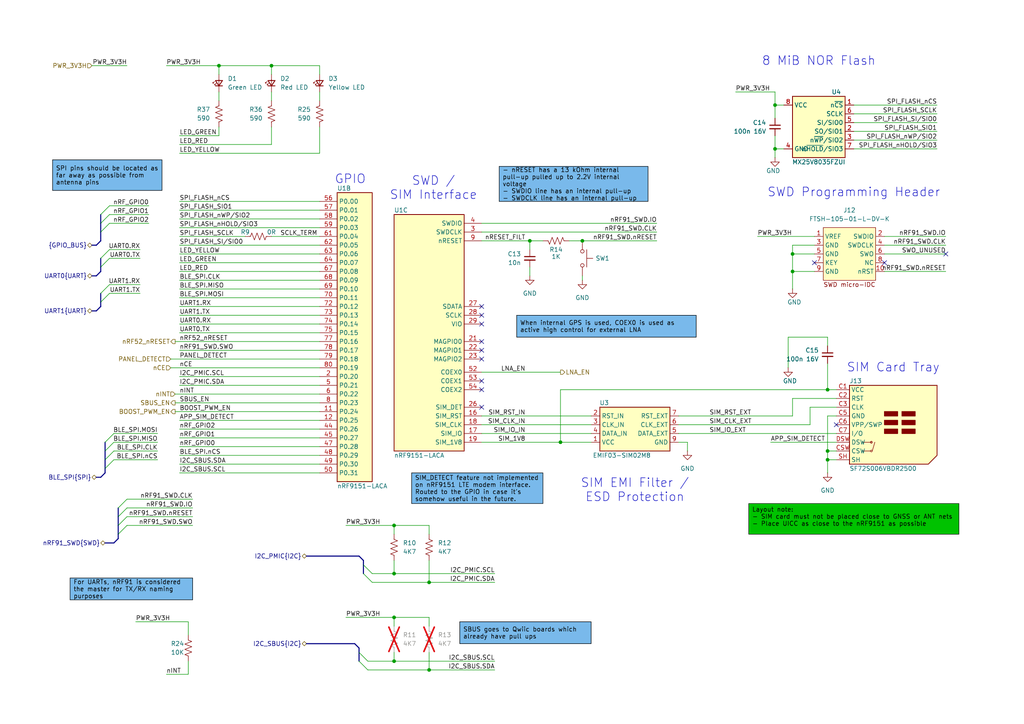
<source format=kicad_sch>
(kicad_sch (version 20250114) (generator "eeschema") (generator_version "9.0")
  (paper "A4")
  (title_block (title "nRF9151 - GPIO + UICC") (date "2025-02-17") (rev "A"))
  (bus_alias "GPIO_BUS" (members "nRF_GPIO0" "nRF_GPIO1" "nRF_GPIO2"))
  (bus_alias "SPI" (members "nCS" "CLK" "MISO" "MOSI"))
  (bus_alias "SWD" (members "CLK" "nRESET" "IO" "SWO"))
  (text "SIM EMI Filter /\nESD Protection" (at 184.15 142.24 0) (effects (font (size 2.54 2.54))))
  (text "SIM Card Tray\n" (at 259.08 106.68 0) (effects (font (size 2.54 2.54))))
  (text "SWD Programming Header" (at 247.65 55.88 0) (effects (font (size 2.54 2.54))))
  (text "SWD /\nSIM Interface\n" (at 125.73 54.61 0) (effects (font (size 2.54 2.54))))
  (text "GPIO\n" (at 101.6 52.07 0) (effects (font (size 2.54 2.54))))
  (text "8 MiB NOR Flash" (at 237.49 17.78 0) (effects (font (size 2.54 2.54))))
  (text_box "For UARTs, nRF91 is considered the master for TX/RX naming purposes" (exclude_from_sim yes) (at 20.32 167.64 0) (size 35.56 6.35) (margins 0.9525 0.9525 0.9525 0.9525) (stroke (width 0) (color 0 0 0 1)) (fill (type color) (color 76 163 228 0.75)) (effects (font (size 1.27 1.27)) (justify left)))
  (text_box "When internal GPS is used, COEX0 is used as active high control for external LNA" (exclude_from_sim yes) (at 149.86 91.44 0) (size 52.07 6.35) (margins 0.9525 0.9525 0.9525 0.9525) (stroke (width 0) (color 0 0 0 1)) (fill (type color) (color 76 163 228 0.75)) (effects (font (size 1.27 1.27)) (justify left)))
  (text_box "SBUS goes to Qwiic boards which already have pull ups" (exclude_from_sim yes) (at 133.35 180.34 0) (size 38.1 6.35) (margins 0.9525 0.9525 0.9525 0.9525) (stroke (width 0) (color 0 0 0 1)) (fill (type color) (color 76 163 228 0.75)) (effects (font (size 1.27 1.27)) (justify left)))
  (text_box "- nRESET has a 13 kOhm internal pull-up pulled up to 2.2V internal voltage\n- SWDIO line has an internal pull-up\n- SWDCLK line has an internal pull-up" (exclude_from_sim yes) (at 144.78 48.26 0) (size 43.18 10.16) (margins 0.9525 0.9525 0.9525 0.9525) (stroke (width 0) (color 0 0 0 1)) (fill (type color) (color 76 163 228 0.75)) (effects (font (size 1.27 1.27)) (justify left)))
  (text_box "SPI pins should be located as far away as possible from antenna pins" (exclude_from_sim yes) (at 15.24 46.355 0) (size 31.75 8.89) (margins 0.9525 0.9525 0.9525 0.9525) (stroke (width 0) (color 0 0 0 1)) (fill (type color) (color 76 163 228 0.75)) (effects (font (size 1.27 1.27)) (justify left)))
  (text_box "SIM_DETECT feature not implemented on nRF9151 LTE modem interface. Routed to the GPIO in case it's somehow useful in the future." (exclude_from_sim yes) (at 119.38 137.16 0) (size 38.1 8.89) (margins 0.9525 0.9525 0.9525 0.9525) (stroke (width 0) (color 0 0 0 1)) (fill (type color) (color 76 163 228 0.75)) (effects (font (size 1.27 1.27)) (justify left)))
  (text_box "Layout note:\n- SIM card must not be placed close to GNSS or ANT nets\n- Place UICC as close to the nRF9151 as possible" (exclude_from_sim yes) (at 217.17 146.05 0) (size 60.96 8.89) (margins 0.9525 0.9525 0.9525 0.9525) (stroke (width 0) (color 0 0 0 1)) (fill (type color) (color 0 194 0 1)) (effects (font (size 1.27 1.27)) (justify left top)))
  (junction (at 114.3 191.77))
  (junction (at 229.87 78.74))
  (junction (at 114.3 152.4))
  (junction (at 153.67 69.85))
  (junction (at 240.03 113.03))
  (junction (at 63.5 19.05))
  (junction (at 114.3 179.07))
  (junction (at 114.3 166.37))
  (junction (at 240.03 130.81))
  (junction (at 229.87 73.66))
  (junction (at 240.03 133.35))
  (junction (at 124.46 194.31))
  (junction (at 224.79 30.48))
  (junction (at 168.91 69.85))
  (junction (at 224.79 43.18))
  (junction (at 124.46 168.91))
  (junction (at 162.56 128.27))
  (junction (at 78.74 19.05))
  (no_connect (at 256.54 76.2))
  (no_connect (at 139.7 99.06))
  (no_connect (at 139.7 118.11))
  (no_connect (at 139.7 91.44))
  (no_connect (at 139.7 110.49))
  (no_connect (at 274.32 73.66))
  (no_connect (at 139.7 101.6))
  (no_connect (at 139.7 93.98))
  (no_connect (at 236.22 76.2))
  (no_connect (at 242.57 123.19))
  (no_connect (at 139.7 104.14))
  (no_connect (at 139.7 88.9))
  (no_connect (at 139.7 113.03))
  (bus_entry (at 31.75 72.39) (size -2.54 2.54))
  (bus_entry (at 104.14 191.77) (size 2.54 2.54))
  (bus_entry (at 36.83 144.78) (size -2.54 2.54))
  (bus_entry (at 33.02 130.81) (size -2.54 2.54))
  (bus_entry (at 30.48 135.89) (size 2.54 -2.54))
  (bus_entry (at 34.29 154.94) (size 2.54 -2.54))
  (bus_entry (at 105.41 166.37) (size 2.54 2.54))
  (bus_entry (at 104.14 189.23) (size 2.54 2.54))
  (bus_entry (at 31.75 62.23) (size -2.54 2.54))
  (bus_entry (at 33.02 125.73) (size -2.54 2.54))
  (bus_entry (at 105.41 163.83) (size 2.54 2.54))
  (bus_entry (at 29.21 77.47) (size 2.54 -2.54))
  (bus_entry (at 31.75 82.55) (size -2.54 2.54))
  (bus_entry (at 34.29 152.4) (size 2.54 -2.54))
  (bus_entry (at 31.75 64.77) (size -2.54 2.54))
  (bus_entry (at 29.21 87.63) (size 2.54 -2.54))
  (bus_entry (at 33.02 128.27) (size -2.54 2.54))
  (bus_entry (at 31.75 59.69) (size -2.54 2.54))
  (bus_entry (at 36.83 147.32) (size -2.54 2.54))
  (wire (pts (xy 240.03 113.03) (xy 242.57 113.03)))
  (wire (pts (xy 124.46 179.07) (xy 124.46 181.61)))
  (wire (pts (xy 199.39 128.27) (xy 199.39 130.81)))
  (bus (pts (xy 26.67 71.12) (xy 27.94 71.12)))
  (bus (pts (xy 30.48 128.27) (xy 30.48 130.81)))
  (wire (pts (xy 52.07 93.98) (xy 92.71 93.98)))
  (wire (pts (xy 157.48 69.85) (xy 153.67 69.85)))
  (wire (pts (xy 124.46 168.91) (xy 124.46 162.56)))
  (bus (pts (xy 29.21 78.74) (xy 27.94 80.01)))
  (wire (pts (xy 114.3 152.4) (xy 114.3 154.94)))
  (wire (pts (xy 124.46 168.91) (xy 143.51 168.91)))
  (wire (pts (xy 223.52 128.27) (xy 242.57 128.27)))
  (wire (pts (xy 247.65 30.48) (xy 271.78 30.48)))
  (wire (pts (xy 240.03 97.79) (xy 240.03 100.33)))
  (wire (pts (xy 240.03 120.65) (xy 242.57 120.65)))
  (wire (pts (xy 63.5 19.05) (xy 78.74 19.05)))
  (wire (pts (xy 50.8 119.38) (xy 92.71 119.38)))
  (wire (pts (xy 114.3 191.77) (xy 143.51 191.77)))
  (wire (pts (xy 52.07 111.76) (xy 92.71 111.76)))
  (wire (pts (xy 63.5 19.05) (xy 48.26 19.05)))
  (wire (pts (xy 49.53 104.14) (xy 92.71 104.14)))
  (bus (pts (xy 34.29 154.94) (xy 34.29 156.21)))
  (wire (pts (xy 36.83 152.4) (xy 55.88 152.4)))
  (wire (pts (xy 162.56 113.03) (xy 162.56 128.27)))
  (wire (pts (xy 52.07 83.82) (xy 92.71 83.82)))
  (wire (pts (xy 52.07 41.91) (xy 78.74 41.91)))
  (wire (pts (xy 63.5 36.83) (xy 63.5 39.37)))
  (wire (pts (xy 63.5 19.05) (xy 63.5 21.59)))
  (wire (pts (xy 229.87 78.74) (xy 236.22 78.74)))
  (wire (pts (xy 52.07 137.16) (xy 92.71 137.16)))
  (bus (pts (xy 105.41 162.56) (xy 105.41 163.83)))
  (wire (pts (xy 100.33 179.07) (xy 114.3 179.07)))
  (wire (pts (xy 52.07 96.52) (xy 92.71 96.52)))
  (wire (pts (xy 124.46 152.4) (xy 124.46 154.94)))
  (wire (pts (xy 139.7 64.77) (xy 190.5 64.77)))
  (wire (pts (xy 256.54 71.12) (xy 274.32 71.12)))
  (bus (pts (xy 34.29 152.4) (xy 34.29 154.94)))
  (wire (pts (xy 52.07 81.28) (xy 92.71 81.28)))
  (wire (pts (xy 52.07 78.74) (xy 92.71 78.74)))
  (wire (pts (xy 139.7 120.65) (xy 171.45 120.65)))
  (wire (pts (xy 78.74 19.05) (xy 92.71 19.05)))
  (bus (pts (xy 29.21 77.47) (xy 29.21 78.74)))
  (wire (pts (xy 139.7 67.31) (xy 190.5 67.31)))
  (wire (pts (xy 52.07 127) (xy 92.71 127)))
  (wire (pts (xy 228.6 106.68) (xy 228.6 97.79)))
  (wire (pts (xy 114.3 191.77) (xy 114.3 189.23)))
  (bus (pts (xy 34.29 147.32) (xy 34.29 149.86)))
  (wire (pts (xy 52.07 109.22) (xy 92.71 109.22)))
  (wire (pts (xy 139.7 128.27) (xy 162.56 128.27)))
  (wire (pts (xy 139.7 125.73) (xy 171.45 125.73)))
  (wire (pts (xy 52.07 88.9) (xy 92.71 88.9)))
  (wire (pts (xy 52.07 121.92) (xy 92.71 121.92)))
  (wire (pts (xy 224.79 39.37) (xy 224.79 43.18)))
  (bus (pts (xy 30.48 135.89) (xy 30.48 137.16)))
  (wire (pts (xy 52.07 76.2) (xy 92.71 76.2)))
  (wire (pts (xy 240.03 105.41) (xy 240.03 113.03)))
  (wire (pts (xy 78.74 36.83) (xy 78.74 41.91)))
  (wire (pts (xy 240.03 120.65) (xy 240.03 130.81)))
  (wire (pts (xy 234.95 118.11) (xy 242.57 118.11)))
  (wire (pts (xy 31.75 59.69) (xy 43.18 59.69)))
  (wire (pts (xy 162.56 113.03) (xy 240.03 113.03)))
  (bus (pts (xy 29.21 85.09) (xy 29.21 87.63)))
  (wire (pts (xy 52.07 91.44) (xy 92.71 91.44)))
  (wire (pts (xy 92.71 21.59) (xy 92.71 19.05)))
  (wire (pts (xy 106.68 191.77) (xy 114.3 191.77)))
  (wire (pts (xy 114.3 179.07) (xy 124.46 179.07)))
  (wire (pts (xy 247.65 33.02) (xy 271.78 33.02)))
  (bus (pts (xy 88.9 161.29) (xy 104.14 161.29)))
  (wire (pts (xy 256.54 78.74) (xy 274.32 78.74)))
  (wire (pts (xy 50.8 116.84) (xy 92.71 116.84)))
  (wire (pts (xy 107.95 166.37) (xy 114.3 166.37)))
  (wire (pts (xy 36.83 149.86) (xy 55.88 149.86)))
  (wire (pts (xy 114.3 166.37) (xy 143.51 166.37)))
  (bus (pts (xy 30.48 133.35) (xy 30.48 135.89)))
  (bus (pts (xy 104.14 187.96) (xy 104.14 189.23)))
  (wire (pts (xy 240.03 130.81) (xy 240.03 133.35)))
  (wire (pts (xy 49.53 106.68) (xy 92.71 106.68)))
  (wire (pts (xy 54.61 195.58) (xy 54.61 191.77)))
  (wire (pts (xy 78.74 19.05) (xy 78.74 21.59)))
  (wire (pts (xy 229.87 78.74) (xy 229.87 83.82)))
  (wire (pts (xy 168.91 69.85) (xy 190.5 69.85)))
  (bus (pts (xy 29.21 87.63) (xy 29.21 88.9)))
  (wire (pts (xy 52.07 124.46) (xy 92.71 124.46)))
  (wire (pts (xy 247.65 35.56) (xy 271.78 35.56)))
  (wire (pts (xy 54.61 184.15) (xy 54.61 180.34)))
  (wire (pts (xy 78.74 26.67) (xy 78.74 29.21)))
  (bus (pts (xy 104.14 189.23) (xy 104.14 191.77)))
  (bus (pts (xy 34.29 156.21) (xy 33.02 157.48)))
  (bus (pts (xy 29.21 64.77) (xy 29.21 67.31)))
  (wire (pts (xy 107.95 168.91) (xy 124.46 168.91)))
  (wire (pts (xy 78.74 68.58) (xy 92.71 68.58)))
  (bus (pts (xy 29.21 62.23) (xy 29.21 64.77)))
  (wire (pts (xy 229.87 73.66) (xy 236.22 73.66)))
  (wire (pts (xy 92.71 36.83) (xy 92.71 44.45)))
  (wire (pts (xy 224.79 30.48) (xy 224.79 34.29)))
  (wire (pts (xy 247.65 40.64) (xy 271.78 40.64)))
  (wire (pts (xy 52.07 63.5) (xy 92.71 63.5)))
  (wire (pts (xy 139.7 123.19) (xy 171.45 123.19)))
  (wire (pts (xy 36.83 144.78) (xy 55.88 144.78)))
  (wire (pts (xy 165.1 69.85) (xy 168.91 69.85)))
  (wire (pts (xy 52.07 68.58) (xy 71.12 68.58)))
  (wire (pts (xy 229.87 115.57) (xy 229.87 120.65)))
  (wire (pts (xy 52.07 44.45) (xy 92.71 44.45)))
  (wire (pts (xy 31.75 85.09) (xy 40.64 85.09)))
  (wire (pts (xy 52.07 132.08) (xy 92.71 132.08)))
  (wire (pts (xy 52.07 71.12) (xy 92.71 71.12)))
  (wire (pts (xy 224.79 43.18) (xy 224.79 45.72)))
  (wire (pts (xy 33.02 133.35) (xy 45.72 133.35)))
  (wire (pts (xy 92.71 26.67) (xy 92.71 29.21)))
  (wire (pts (xy 63.5 26.67) (xy 63.5 29.21)))
  (wire (pts (xy 229.87 71.12) (xy 229.87 73.66)))
  (wire (pts (xy 100.33 152.4) (xy 114.3 152.4)))
  (wire (pts (xy 139.7 107.95) (xy 162.56 107.95)))
  (bus (pts (xy 27.94 138.43) (xy 29.21 138.43)))
  (wire (pts (xy 114.3 166.37) (xy 114.3 162.56)))
  (bus (pts (xy 26.67 90.17) (xy 27.94 90.17)))
  (wire (pts (xy 114.3 179.07) (xy 114.3 181.61)))
  (wire (pts (xy 196.85 123.19) (xy 234.95 123.19)))
  (wire (pts (xy 48.26 195.58) (xy 54.61 195.58)))
  (wire (pts (xy 162.56 128.27) (xy 171.45 128.27)))
  (wire (pts (xy 256.54 68.58) (xy 274.32 68.58)))
  (wire (pts (xy 247.65 43.18) (xy 271.78 43.18)))
  (bus (pts (xy 102.87 186.69) (xy 104.14 187.96)))
  (wire (pts (xy 124.46 194.31) (xy 124.46 189.23)))
  (bus (pts (xy 104.14 161.29) (xy 105.41 162.56)))
  (bus (pts (xy 29.21 67.31) (xy 29.21 69.85)))
  (wire (pts (xy 247.65 38.1) (xy 271.78 38.1)))
  (wire (pts (xy 26.67 19.05) (xy 36.83 19.05)))
  (wire (pts (xy 224.79 26.67) (xy 224.79 30.48)))
  (bus (pts (xy 105.41 163.83) (xy 105.41 166.37)))
  (wire (pts (xy 52.07 129.54) (xy 92.71 129.54)))
  (wire (pts (xy 52.07 134.62) (xy 92.71 134.62)))
  (wire (pts (xy 234.95 118.11) (xy 234.95 123.19)))
  (wire (pts (xy 52.07 39.37) (xy 63.5 39.37)))
  (wire (pts (xy 224.79 26.67) (xy 213.36 26.67)))
  (wire (pts (xy 227.33 30.48) (xy 224.79 30.48)))
  (wire (pts (xy 36.83 147.32) (xy 55.88 147.32)))
  (wire (pts (xy 196.85 125.73) (xy 242.57 125.73)))
  (wire (pts (xy 52.07 86.36) (xy 92.71 86.36)))
  (wire (pts (xy 31.75 72.39) (xy 40.64 72.39)))
  (bus (pts (xy 30.48 157.48) (xy 33.02 157.48)))
  (wire (pts (xy 33.02 128.27) (xy 45.72 128.27)))
  (bus (pts (xy 26.67 80.01) (xy 27.94 80.01)))
  (bus (pts (xy 30.48 130.81) (xy 30.48 133.35)))
  (wire (pts (xy 52.07 58.42) (xy 92.71 58.42)))
  (wire (pts (xy 52.07 60.96) (xy 92.71 60.96)))
  (wire (pts (xy 33.02 125.73) (xy 45.72 125.73)))
  (wire (pts (xy 50.8 114.3) (xy 92.71 114.3)))
  (wire (pts (xy 240.03 130.81) (xy 242.57 130.81)))
  (bus (pts (xy 29.21 74.93) (xy 29.21 77.47)))
  (wire (pts (xy 39.37 180.34) (xy 54.61 180.34)))
  (wire (pts (xy 31.75 74.93) (xy 40.64 74.93)))
  (wire (pts (xy 106.68 194.31) (xy 124.46 194.31)))
  (wire (pts (xy 52.07 66.04) (xy 92.71 66.04)))
  (wire (pts (xy 168.91 80.01) (xy 168.91 81.28)))
  (wire (pts (xy 114.3 152.4) (xy 124.46 152.4)))
  (wire (pts (xy 229.87 73.66) (xy 229.87 78.74)))
  (wire (pts (xy 229.87 71.12) (xy 236.22 71.12)))
  (wire (pts (xy 196.85 128.27) (xy 199.39 128.27)))
  (wire (pts (xy 31.75 64.77) (xy 43.18 64.77)))
  (wire (pts (xy 52.07 73.66) (xy 92.71 73.66)))
  (wire (pts (xy 153.67 69.85) (xy 139.7 69.85)))
  (wire (pts (xy 196.85 120.65) (xy 229.87 120.65)))
  (wire (pts (xy 52.07 101.6) (xy 92.71 101.6)))
  (wire (pts (xy 153.67 77.47) (xy 153.67 80.01)))
  (bus (pts (xy 30.48 137.16) (xy 29.21 138.43)))
  (wire (pts (xy 228.6 97.79) (xy 240.03 97.79)))
  (wire (pts (xy 124.46 194.31) (xy 143.51 194.31)))
  (wire (pts (xy 229.87 115.57) (xy 242.57 115.57)))
  (wire (pts (xy 219.71 68.58) (xy 236.22 68.58)))
  (wire (pts (xy 31.75 82.55) (xy 40.64 82.55)))
  (wire (pts (xy 153.67 69.85) (xy 153.67 72.39)))
  (bus (pts (xy 29.21 69.85) (xy 27.94 71.12)))
  (wire (pts (xy 31.75 62.23) (xy 43.18 62.23)))
  (bus (pts (xy 29.21 88.9) (xy 27.94 90.17)))
  (wire (pts (xy 33.02 130.81) (xy 45.72 130.81)))
  (wire (pts (xy 50.8 99.06) (xy 92.71 99.06)))
  (wire (pts (xy 256.54 73.66) (xy 274.32 73.66)))
  (bus (pts (xy 34.29 149.86) (xy 34.29 152.4)))
  (bus (pts (xy 88.9 186.69) (xy 102.87 186.69)))
  (wire (pts (xy 240.03 133.35) (xy 240.03 137.16)))
  (wire (pts (xy 240.03 133.35) (xy 242.57 133.35)))
  (wire (pts (xy 227.33 43.18) (xy 224.79 43.18)))
  (label "nRF_GPIO2" (at 52.07 124.46 0))
  (label "nRF91_SWD.nRESET" (at 190.5 69.85 180))
  (label "SBUS_EN" (at 52.07 116.84 0))
  (label "nCE" (at 52.07 106.68 0))
  (label "SIM_RST_EXT" (at 205.74 120.65 0))
  (label "nRF_GPIO1" (at 43.18 62.23 180))
  (label "nRF91_SWD.nRESET" (at 55.88 149.86 180))
  (label "BLE_SPI.nCS" (at 52.07 132.08 0))
  (label "SWO_UNUSED" (at 274.32 73.66 180))
  (label "UART1.TX" (at 52.07 91.44 0))
  (label "SPI_FLASH_nHOLD{slash}SIO3" (at 271.78 43.18 180))
  (label "UART0.TX" (at 40.64 74.93 180))
  (label "SPI_FLASH_SIO1" (at 271.78 38.1 180))
  (label "nRF91_SWD.CLK" (at 190.5 67.31 180))
  (label "nINT" (at 48.26 195.58 0))
  (label "BLE_SPI.MOSI" (at 52.07 86.36 0))
  (label "LED_RED" (at 52.07 78.74 0))
  (label "SPI_FLASH_SI{slash}SIO0" (at 52.07 71.12 0))
  (label "SIM_IO_IN" (at 152.4 125.73 180))
  (label "UART0.RX" (at 52.07 93.98 0))
  (label "SIM_RST_IN" (at 152.4 120.65 180))
  (label "nRF_GPIO2" (at 43.18 64.77 180))
  (label "LED_GREEN" (at 52.07 39.37 0))
  (label "nRF91_SWD.CLK" (at 274.32 71.12 180))
  (label "nRF91_SWD.IO" (at 190.5 64.77 180))
  (label "BLE_SPI.MISO" (at 45.72 128.27 180))
  (label "BLE_SPI.CLK" (at 52.07 81.28 0))
  (label "UART1.TX" (at 40.64 85.09 180))
  (label "nRF_GPIO0" (at 43.18 59.69 180))
  (label "I2C_PMIC.SCL" (at 143.51 166.37 180))
  (label "PWR_3V3H" (at 100.33 179.07 0))
  (label "nRF91_SWD.IO" (at 55.88 147.32 180))
  (label "I2C_SBUS.SDA" (at 143.51 194.31 180))
  (label "PANEL_DETECT" (at 52.07 104.14 0))
  (label "nRF91_SWD.nRESET" (at 274.32 78.74 180))
  (label "I2C_PMIC.SCL" (at 52.07 109.22 0))
  (label "PWR_3V3H" (at 48.26 19.05 0))
  (label "SPI_FLASH_nWP{slash}SIO2" (at 52.07 63.5 0))
  (label "SIM_CLK_IN" (at 152.4 123.19 180))
  (label "BOOST_PWM_EN" (at 52.07 119.38 0))
  (label "SPI_FLASH_SCLK" (at 52.07 68.58 0))
  (label "nRF91_SWD.CLK" (at 55.88 144.78 180))
  (label "SPI_FLASH_nCS" (at 52.07 58.42 0))
  (label "BLE_SPI.nCS" (at 45.72 133.35 180))
  (label "SCLK_TERM" (at 81.28 68.58 0))
  (label "PWR_3V3H" (at 100.33 152.4 0))
  (label "BLE_SPI.CLK" (at 45.72 130.81 180))
  (label "nRF_GPIO1" (at 52.07 127 0))
  (label "nRF_GPIO0" (at 52.07 129.54 0))
  (label "LNA_EN" (at 152.4 107.95 180))
  (label "LED_GREEN" (at 52.07 76.2 0))
  (label "nRF91_SWD.SWO" (at 52.07 101.6 0))
  (label "UART0.RX" (at 40.64 72.39 180))
  (label "SPI_FLASH_nWP{slash}SIO2" (at 271.78 40.64 180))
  (label "SIM_IO_EXT" (at 205.74 125.73 0))
  (label "APP_SIM_DETECT" (at 52.07 121.92 0))
  (label "PWR_3V3H" (at 36.83 19.05 180))
  (label "LED_YELLOW" (at 52.07 73.66 0))
  (label "nRF52_nRESET" (at 52.07 99.06 0))
  (label "nRF91_SWD.IO" (at 274.32 68.58 180))
  (label "nRESET_FILT" (at 152.4 69.85 180))
  (label "PWR_3V3H" (at 219.71 68.58 0))
  (label "SIM_1V8" (at 152.4 128.27 180))
  (label "I2C_PMIC.SDA" (at 52.07 111.76 0))
  (label "I2C_PMIC.SDA" (at 143.51 168.91 180))
  (label "UART0.TX" (at 52.07 96.52 0))
  (label "SPI_FLASH_SI{slash}SIO0" (at 271.78 35.56 180))
  (label "BLE_SPI.MISO" (at 52.07 83.82 0))
  (label "SPI_FLASH_nHOLD{slash}SIO3" (at 52.07 66.04 0))
  (label "PWR_3V3H" (at 213.36 26.67 0))
  (label "UART1.RX" (at 40.64 82.55 180))
  (label "SPI_FLASH_SCLK" (at 271.78 33.02 180))
  (label "nRF91_SWD.SWO" (at 55.88 152.4 180))
  (label "SPI_FLASH_SIO1" (at 52.07 60.96 0))
  (label "I2C_SBUS.SCL" (at 143.51 191.77 180))
  (label "nINT" (at 52.07 114.3 0))
  (label "I2C_SBUS.SDA" (at 52.07 134.62 0))
  (label "PWR_3V3H" (at 39.37 180.34 0))
  (label "UART1.RX" (at 52.07 88.9 0))
  (label "LED_YELLOW" (at 52.07 44.45 0))
  (label "I2C_SBUS.SCL" (at 52.07 137.16 0))
  (label "LED_RED" (at 52.07 41.91 0))
  (label "SIM_CLK_EXT" (at 205.74 123.19 0))
  (label "APP_SIM_DETECT" (at 223.52 128.27 0))
  (label "SPI_FLASH_nCS" (at 271.78 30.48 180))
  (label "BLE_SPI.MOSI" (at 45.72 125.73 180))
  (hierarchical_label "PANEL_DETECT" (shape input) (at 49.53 104.14 180))
  (hierarchical_label "SBUS_EN" (shape output) (at 50.8 116.84 180))
  (hierarchical_label "I2C_PMIC{I2C}" (shape bidirectional) (at 88.9 161.29 180))
  (hierarchical_label "PWR_3V3H" (shape input) (at 26.67 19.05 180))
  (hierarchical_label "BLE_SPI{SPI}" (shape bidirectional) (at 27.94 138.43 180))
  (hierarchical_label "UART1{UART}" (shape bidirectional) (at 26.67 90.17 180))
  (hierarchical_label "I2C_SBUS{I2C}" (shape bidirectional) (at 88.9 186.69 180))
  (hierarchical_label "nINT" (shape input) (at 50.8 114.3 180))
  (hierarchical_label "nCE" (shape input) (at 49.53 106.68 180))
  (hierarchical_label "nRF91_SWD{SWD}" (shape bidirectional) (at 30.48 157.48 180))
  (hierarchical_label "nRF52_nRESET" (shape output) (at 50.8 99.06 180))
  (hierarchical_label "LNA_EN" (shape output) (at 162.56 107.95 0))
  (hierarchical_label "BOOST_PWM_EN" (shape output) (at 50.8 119.38 180))
  (hierarchical_label "{GPIO_BUS}" (shape bidirectional) (at 26.67 71.12 180))
  (hierarchical_label "UART0{UART}" (shape bidirectional) (at 26.67 80.01 180))
  (symbol (lib_id "DB:HSMY-C280") (at 92.71 24.13 90) (unit 1) (exclude_from_sim yes)
    (property "Reference" "D3" (at 95.25 22.7964 90) (effects (justify right)))
    (property "Value" "Yellow LED" (at 95.25 25.3364 90) (effects (justify right)))
    (property "Footprint" "footprints:LED_0402_1005Metric" (effects (hide yes)))
    (property "Datasheet" "http://parts.djgood.ca/en/part/44/info" (effects (hide yes)))
    (property "Description" "Yellow 586nm LED Indication - Discrete 2.1V 0402 (1005 Metric)" (effects (hide yes)))
    (property "Category" "Diodes/LEDs" (effects (hide yes)))
    (property "MPN" "HSMY-C280" (effects (hide yes)))
    (property "Manufacturer" "Broadcom Limited" (effects (hide yes)))
    (property "Manufacturing Status" "Active" (effects (hide yes)))
    (property "Part-DB Footprint" "0402" (effects (hide yes)))
    (property "Part-DB ID" "44" (effects (hide yes)))
  )
  (symbol (lib_id "db:ERJ-2RKF5900X") (at 63.5 33.02 0) (mirror y) (unit 1) (exclude_from_sim yes)
    (property "Reference" "R37" (at 60.96 31.75 0) (effects (justify left)))
    (property "Value" "590" (at 60.96 34.29 0) (effects (justify left)))
    (property "Footprint" "footprints:R_0402_1005Metric" (effects (hide yes)))
    (property "Datasheet" "http://parts.djgood.ca/en/part/133/info" (effects (hide yes)))
    (property "Description" "590 Ohms ±1% 0.1W, 1/10W Chip Resistor 0402 (1005 Metric) Automotive AEC-Q200 Thick Film" (effects (hide yes)))
    (property "Category" "Resistors/Thick Film" (effects (hide yes)))
    (property "Manufacturer" "Panasonic Electronic Components" (effects (hide yes)))
    (property "MPN" "ERJ-2RKF5900X" (effects (hide yes)))
    (property "Manufacturing Status" "Active" (effects (hide yes)))
    (property "Part-DB Footprint" "0402" (effects (hide yes)))
    (property "Part-DB ID" "133" (effects (hide yes)))
  )
  (symbol (lib_id "power:GND") (at 199.39 130.81 0) (unit 1)
    (property "Reference" "#PWR023" (effects (hide yes)))
    (property "Value" "GND" (at 199.39 135.89 0))
    (property "Description" "Power symbol creates a global label with name \"GND\" , ground" (effects (hide yes)))
  )
  (symbol (lib_id "DB:ERJ-2RKF1002X") (at 54.61 187.96 0) (unit 1) (exclude_from_sim yes)
    (property "Reference" "R24" (at 49.53 186.69 0) (effects (justify left)))
    (property "Value" "10K" (at 49.53 189.23 0) (effects (justify left)))
    (property "Footprint" "footprints:R_0402_1005Metric" (effects (hide yes)))
    (property "Datasheet" "http://parts.djgood.ca/en/part/15/info" (effects (hide yes)))
    (property "Description" "10 kOhms ±1% 0.1W, 1/10W Chip Resistor 0402 (1005 Metric) Automotive AEC-Q200 Thick Film" (effects (hide yes)))
    (property "Category" "Resistors/Thick Film" (effects (hide yes)))
    (property "MPN" "ERJ-2RKF1002X" (effects (hide yes)))
    (property "Manufacturer" "Panasonic Electronic Components" (effects (hide yes)))
    (property "Manufacturing Status" "Active" (effects (hide yes)))
    (property "Part-DB Footprint" "0402" (effects (hide yes)))
    (property "Part-DB ID" "15" (effects (hide yes)))
  )
  (symbol (lib_id "DB:GRM033Z71C104KE14J") (at 240.03 102.87 0) (unit 1)
    (property "Reference" "C15" (at 237.49 101.6 0) (effects (justify right)))
    (property "Value" "100n 16V" (at 237.49 104.14 0) (effects (justify right)))
    (property "Footprint" "footprints:C_0201_0603Metric" (effects (hide yes)))
    (property "Datasheet" "http://parts.djgood.ca/en/part/34/info" (effects (hide yes)))
    (property "Description" "0.1 µF ±10% 16V Ceramic Capacitor X7R 0201 (0603 Metric)" (effects (hide yes)))
    (property "Category" "Capacitors/Ceramic Capacitors" (effects (hide yes)))
    (property "MPN" "GRM033Z71C104KE14J" (effects (hide yes)))
    (property "Manufacturer" "Murata Electronics" (effects (hide yes)))
    (property "Manufacturing Status" "Active" (effects (hide yes)))
    (property "Part-DB ID" "34" (effects (hide yes)))
  )
  (symbol (lib_id "DB:ERJ-2RKF4701X") (at 124.46 185.42 0) (unit 1) (exclude_from_sim yes) (dnp yes)
    (property "Reference" "R13" (at 127 184.1499 0) (effects (justify left)))
    (property "Value" "4K7" (at 127 186.6899 0) (effects (justify left)))
    (property "Footprint" "footprints:R_0402_1005Metric" (effects (hide yes)))
    (property "Datasheet" "http://parts.djgood.ca/en/part/32/info" (effects (hide yes)))
    (property "Description" "4.7 kOhms ±1% 0.1W, 1/10W Chip Resistor 0402 (1005 Metric) Automotive AEC-Q200 Thick Film" (effects (hide yes)))
    (property "Category" "Resistors/Thick Film" (effects (hide yes)))
    (property "MPN" "ERJ-2RKF4701X" (effects (hide yes)))
    (property "Manufacturer" "Panasonic Electronic Components" (effects (hide yes)))
    (property "Manufacturing Status" "Active" (effects (hide yes)))
    (property "Part-DB Footprint" "0402" (effects (hide yes)))
    (property "Part-DB ID" "32" (effects (hide yes)))
  )
  (symbol (lib_id "DB:nRF9151-LACA-R") (at 124.46 96.52 0) (mirror y) (unit 3) (exclude_from_sim yes)
    (property "Reference" "U1" (at 114.3 60.96 0) (effects (justify right)))
    (property "Value" "nRF9151-LACA" (at 114.3 132.08 0) (effects (justify right)))
    (property "Footprint" "footprints:NORDIC_LGA-113" (effects (hide yes)))
    (property "Datasheet" "http://parts.djgood.ca/en/part/7/info" (effects (hide yes)))
    (property "Description" "Transceiver Module" (effects (hide yes)))
    (property "Category" "Integrated Circuits/RF and Wireless" (effects (hide yes)))
    (property "MPN" "NRF9151-LACA-R" (effects (hide yes)))
    (property "Manufacturer" "Nordic Semiconductor ASA" (effects (hide yes)))
    (property "Manufacturing Status" "Active" (effects (hide yes)))
    (property "Part-DB ID" "7" (effects (hide yes)))
    (property "Part-DB Footprint" "113 LGA (12.1 x 11.1)" (effects (hide yes)))
  )
  (symbol (lib_id "power:GND") (at 224.79 45.72 0) (mirror y) (unit 1)
    (property "Reference" "#PWR024" (effects (hide yes)))
    (property "Value" "GND" (at 226.314 49.53 0) (effects (justify left)))
    (property "Description" "Power symbol creates a global label with name \"GND\" , ground" (effects (hide yes)))
  )
  (symbol (lib_id "DB:ERJ-2RKF4701X") (at 114.3 185.42 0) (unit 1) (exclude_from_sim yes) (dnp yes)
    (property "Reference" "R11" (at 116.84 184.1499 0) (effects (justify left)))
    (property "Value" "4K7" (at 116.84 186.6899 0) (effects (justify left)))
    (property "Footprint" "footprints:R_0402_1005Metric" (effects (hide yes)))
    (property "Datasheet" "http://parts.djgood.ca/en/part/32/info" (effects (hide yes)))
    (property "Description" "4.7 kOhms ±1% 0.1W, 1/10W Chip Resistor 0402 (1005 Metric) Automotive AEC-Q200 Thick Film" (effects (hide yes)))
    (property "Category" "Resistors/Thick Film" (effects (hide yes)))
    (property "MPN" "ERJ-2RKF4701X" (effects (hide yes)))
    (property "Manufacturer" "Panasonic Electronic Components" (effects (hide yes)))
    (property "Manufacturing Status" "Active" (effects (hide yes)))
    (property "Part-DB Footprint" "0402" (effects (hide yes)))
    (property "Part-DB ID" "32" (effects (hide yes)))
  )
  (symbol (lib_id "power:GND") (at 240.03 137.16 0) (unit 1)
    (property "Reference" "#PWR027" (effects (hide yes)))
    (property "Value" "GND" (at 240.03 142.24 0))
    (property "Description" "Power symbol creates a global label with name \"GND\" , ground" (effects (hide yes)))
  )
  (symbol (lib_id "power:GND") (at 229.87 83.82 0) (unit 1)
    (property "Reference" "#PWR026" (effects (hide yes)))
    (property "Value" "GND" (at 228.346 87.63 0) (effects (justify left)))
    (property "Description" "Power symbol creates a global label with name \"GND\" , ground" (effects (hide yes)))
  )
  (symbol (lib_id "DB:ERJ-2RKF4701X") (at 114.3 158.75 0) (unit 1) (exclude_from_sim yes)
    (property "Reference" "R10" (at 116.84 157.4799 0) (effects (justify left)))
    (property "Value" "4K7" (at 116.84 160.0199 0) (effects (justify left)))
    (property "Footprint" "footprints:R_0402_1005Metric" (effects (hide yes)))
    (property "Datasheet" "http://parts.djgood.ca/en/part/32/info" (effects (hide yes)))
    (property "Description" "4.7 kOhms ±1% 0.1W, 1/10W Chip Resistor 0402 (1005 Metric) Automotive AEC-Q200 Thick Film" (effects (hide yes)))
    (property "Category" "Resistors/Thick Film" (effects (hide yes)))
    (property "MPN" "ERJ-2RKF4701X" (effects (hide yes)))
    (property "Manufacturer" "Panasonic Electronic Components" (effects (hide yes)))
    (property "Manufacturing Status" "Active" (effects (hide yes)))
    (property "Part-DB Footprint" "0402" (effects (hide yes)))
    (property "Part-DB ID" "32" (effects (hide yes)))
  )
  (symbol (lib_id "DB:GRM033Z71C104KE14J") (at 224.79 36.83 0) (unit 1)
    (property "Reference" "C14" (at 222.25 35.56 0) (effects (justify right)))
    (property "Value" "100n 16V" (at 222.25 38.1 0) (effects (justify right)))
    (property "Footprint" "footprints:C_0201_0603Metric" (effects (hide yes)))
    (property "Datasheet" "http://parts.djgood.ca/en/part/34/info" (effects (hide yes)))
    (property "Description" "0.1 µF ±10% 16V Ceramic Capacitor X7R 0201 (0603 Metric)" (effects (hide yes)))
    (property "Category" "Capacitors/Ceramic Capacitors" (effects (hide yes)))
    (property "MPN" "GRM033Z71C104KE14J" (effects (hide yes)))
    (property "Manufacturer" "Murata Electronics" (effects (hide yes)))
    (property "Manufacturing Status" "Active" (effects (hide yes)))
    (property "Part-DB ID" "34" (effects (hide yes)))
  )
  (symbol (lib_id "DB:HSMG-C280") (at 63.5 24.13 90) (unit 1) (exclude_from_sim yes)
    (property "Reference" "D1" (at 66.04 22.7964 90) (effects (justify right)))
    (property "Value" "Green LED" (at 66.04 25.3364 90) (effects (justify right)))
    (property "Footprint" "footprints:LED_0402_1005Metric" (effects (hide yes)))
    (property "Datasheet" "http://parts.djgood.ca/en/part/47/info" (effects (hide yes)))
    (property "Description" "Green 572nm LED Indication - Discrete 2.2V 0402 (1005 Metric)" (effects (hide yes)))
    (property "Category" "Diodes/LEDs" (effects (hide yes)))
    (property "MPN" "HSMG-C280" (effects (hide yes)))
    (property "Manufacturer" "Broadcom Limited" (effects (hide yes)))
    (property "Manufacturing Status" "Active" (effects (hide yes)))
    (property "Part-DB Footprint" "0402" (effects (hide yes)))
    (property "Part-DB ID" "47" (effects (hide yes)))
  )
  (symbol (lib_id "power:GND") (at 228.6 106.68 0) (unit 1)
    (property "Reference" "#PWR025" (effects (hide yes)))
    (property "Value" "GND" (at 227.076 110.49 0) (effects (justify left)))
    (property "Description" "Power symbol creates a global label with name \"GND\" , ground" (effects (hide yes)))
  )
  (symbol (lib_id "DB:ERJ-2RKF4701X") (at 124.46 158.75 0) (unit 1) (exclude_from_sim yes)
    (property "Reference" "R12" (at 127 157.4799 0) (effects (justify left)))
    (property "Value" "4K7" (at 127 160.0199 0) (effects (justify left)))
    (property "Footprint" "footprints:R_0402_1005Metric" (effects (hide yes)))
    (property "Datasheet" "http://parts.djgood.ca/en/part/32/info" (effects (hide yes)))
    (property "Description" "4.7 kOhms ±1% 0.1W, 1/10W Chip Resistor 0402 (1005 Metric) Automotive AEC-Q200 Thick Film" (effects (hide yes)))
    (property "Category" "Resistors/Thick Film" (effects (hide yes)))
    (property "MPN" "ERJ-2RKF4701X" (effects (hide yes)))
    (property "Manufacturer" "Panasonic Electronic Components" (effects (hide yes)))
    (property "Manufacturing Status" "Active" (effects (hide yes)))
    (property "Part-DB Footprint" "0402" (effects (hide yes)))
    (property "Part-DB ID" "32" (effects (hide yes)))
  )
  (symbol (lib_id "DB:SF72S006VBDR2500") (at 242.57 123.19 0) (unit 1)
    (property "Reference" "J13" (at 246.38 110.49 0) (effects (justify left)))
    (property "Value" "SF72S006VBDR2500" (at 246.38 135.89 0) (effects (justify left)))
    (property "Footprint" "footprints:JAE_SF72S006VBDR2500" (effects (hide yes)))
    (property "Datasheet" "http://parts.djgood.ca/en/part/10/info" (effects (hide yes)))
    (property "Description" "8 (6 + 2) Position Card Connector NANO SIM Surface Mount, Right Angle Gold" (effects (hide yes)))
    (property "Category" "Connectors/Memory Card Connectors" (effects (hide yes)))
    (property "MPN" "SF72S006VBDR2500" (effects (hide yes)))
    (property "Manufacturer" "JAE Electronics" (effects (hide yes)))
    (property "Manufacturing Status" "Active" (effects (hide yes)))
    (property "Part-DB ID" "10" (effects (hide yes)))
  )
  (symbol (lib_id "DB:FTSH-105-01-L-DV-K") (at 238.76 66.04 0) (unit 1)
    (property "Reference" "J12" (at 246.38 60.96 0))
    (property "Value" "FTSH-105-01-L-DV-K" (at 246.38 63.5 0))
    (property "Footprint" "footprints:SAM_MICRO-IDC_FTSH-105-01-L-DV-K_SMD" (effects (hide yes)))
    (property "Datasheet" "http://parts.djgood.ca/en/part/145/info" (effects (hide yes)))
    (property "Description" "Connector Header Surface Mount 10 position 0.050\" (1.27mm)" (effects (hide yes)))
    (property "Category" "Capacitors" (effects (hide yes)))
    (property "MPN" "FTSH-105-01-L-DV-K" (effects (hide yes)))
    (property "Manufacturer" "Samtec Inc." (effects (hide yes)))
    (property "Manufacturing Status" "Active" (effects (hide yes)))
    (property "Part-DB ID" "145" (effects (hide yes)))
  )
  (symbol (lib_id "DB:ERJ-2GE0R00X") (at 74.93 68.58 90) (unit 1) (exclude_from_sim yes)
    (property "Reference" "R9" (at 71.12 67.31 90))
    (property "Value" "0R" (at 78.74 67.31 90))
    (property "Footprint" "footprints:R_0402_1005Metric" (effects (hide yes)))
    (property "Datasheet" "http://parts.djgood.ca/en/part/19/info" (effects (hide yes)))
    (property "Description" "0 Ohms Jumper Chip Resistor 0402 (1005 Metric) Automotive AEC-Q200 Thick Film" (effects (hide yes)))
    (property "Category" "Resistors/Thick Film" (effects (hide yes)))
    (property "MPN" "ERJ-2GE0R00X" (effects (hide yes)))
    (property "Manufacturer" "Panasonic Electronic Components" (effects (hide yes)))
    (property "Manufacturing Status" "Active" (effects (hide yes)))
    (property "Part-DB Footprint" "0402" (effects (hide yes)))
    (property "Part-DB ID" "19" (effects (hide yes)))
  )
  (symbol (lib_id "DB:HSMS-C280") (at 78.74 24.13 90) (unit 1) (exclude_from_sim yes)
    (property "Reference" "D2" (at 81.28 22.7964 90) (effects (justify right)))
    (property "Value" "Red LED" (at 81.28 25.3364 90) (effects (justify right)))
    (property "Footprint" "footprints:LED_0402_1005Metric" (effects (hide yes)))
    (property "Datasheet" "http://parts.djgood.ca/en/part/46/info" (effects (hide yes)))
    (property "Description" "Red 626nm LED Indication - Discrete 2.1V 0402 (1005 Metric)" (effects (hide yes)))
    (property "Category" "Diodes/LEDs" (effects (hide yes)))
    (property "MPN" "HSMS-C280" (effects (hide yes)))
    (property "Manufacturer" "Broadcom Limited" (effects (hide yes)))
    (property "Manufacturing Status" "Active" (effects (hide yes)))
    (property "Part-DB Footprint" "0402" (effects (hide yes)))
    (property "Part-DB ID" "46" (effects (hide yes)))
  )
  (symbol (lib_id "DB:ERJ-2RKF1001X") (at 161.29 69.85 270) (mirror x) (unit 1) (exclude_from_sim yes)
    (property "Reference" "R14" (at 161.29 72.39 90))
    (property "Value" "1K" (at 161.29 74.422 90))
    (property "Footprint" "footprints:R_0402_1005Metric" (effects (hide yes)))
    (property "Datasheet" "http://parts.djgood.ca/en/part/8/info" (effects (hide yes)))
    (property "Description" "1 kOhms ±1% 0.1W, 1/10W Chip Resistor 0402 (1005 Metric) Automotive AEC-Q200 Thick Film" (effects (hide yes)))
    (property "Category" "Resistors/Thick Film" (effects (hide yes)))
    (property "MPN" "ERJ-2RKF1001X" (effects (hide yes)))
    (property "Manufacturer" "Panasonic Electronic Components" (effects (hide yes)))
    (property "Manufacturing Status" "Active" (effects (hide yes)))
    (property "Part-DB Footprint" "0402" (effects (hide yes)))
    (property "Part-DB ID" "8" (effects (hide yes)))
  )
  (symbol (lib_id "db:ERJ-2RKF5900X") (at 92.71 33.02 0) (mirror y) (unit 1) (exclude_from_sim yes)
    (property "Reference" "R25" (at 90.17 31.75 0) (effects (justify left)))
    (property "Value" "590" (at 90.17 34.29 0) (effects (justify left)))
    (property "Footprint" "footprints:R_0402_1005Metric" (effects (hide yes)))
    (property "Datasheet" "http://parts.djgood.ca/en/part/133/info" (effects (hide yes)))
    (property "Description" "590 Ohms ±1% 0.1W, 1/10W Chip Resistor 0402 (1005 Metric) Automotive AEC-Q200 Thick Film" (effects (hide yes)))
    (property "Category" "Resistors/Thick Film" (effects (hide yes)))
    (property "Manufacturer" "Panasonic Electronic Components" (effects (hide yes)))
    (property "MPN" "ERJ-2RKF5900X" (effects (hide yes)))
    (property "Manufacturing Status" "Active" (effects (hide yes)))
    (property "Part-DB Footprint" "0402" (effects (hide yes)))
    (property "Part-DB ID" "133" (effects (hide yes)))
  )
  (symbol (lib_id "DB:CC0402KRX7R8BB103") (at 153.67 74.93 0) (mirror y) (unit 1)
    (property "Reference" "C13" (at 151.13 73.6662 0) (effects (justify left)))
    (property "Value" "10n" (at 151.13 76.2062 0) (effects (justify left)))
    (property "Footprint" "footprints:C_0402_1005Metric" (effects (hide yes)))
    (property "Datasheet" "http://parts.djgood.ca/en/part/17/info" (effects (hide yes)))
    (property "Description" "10000 pF ±10% 25V Ceramic Capacitor X7R 0402 (1005 Metric)" (effects (hide yes)))
    (property "Category" "Capacitors/Ceramic Capacitors" (effects (hide yes)))
    (property "MPN" "CC0402KRX7R8BB103" (effects (hide yes)))
    (property "Manufacturer" "YAGEO" (effects (hide yes)))
    (property "Manufacturing Status" "Active" (effects (hide yes)))
    (property "Part-DB ID" "17" (effects (hide yes)))
    (property "Part-DB Footprint" "0402" (effects (hide yes)))
  )
  (symbol (lib_id "power:GND") (at 168.91 81.28 0) (mirror y) (unit 1)
    (property "Reference" "#PWR080" (effects (hide yes)))
    (property "Value" "GND" (at 168.91 86.36 0))
    (property "Description" "Power symbol creates a global label with name \"GND\" , ground" (effects (hide yes)))
  )
  (symbol (lib_id "DB:PTS636SM50JSMTR LFS") (at 168.91 74.93 270) (unit 1) (exclude_from_sim yes)
    (property "Reference" "SW1" (at 172.72 74.9299 90) (effects (justify left)))
    (property "Value" "PTS636SM50JSMTR LFS" (effects (hide yes)))
    (property "Footprint" "footprints:SW_Tactile_SPST_NO_Straight_CK_ PTS636SM50JSMTR LFS" (effects (hide yes)))
    (property "Datasheet" "http://parts.djgood.ca/en/part/42/info" (effects (hide yes)))
    (property "Description" "Tactile Switch SPST-NO Top Actuated Surface Mount" (effects (hide yes)))
    (property "Category" "Switches/Tactile Switches" (effects (hide yes)))
    (property "Manufacturer" "C&K" (effects (hide yes)))
    (property "MPN" "PTS636SM50JSMTR LFS" (effects (hide yes)))
    (property "Manufacturing Status" "Active" (effects (hide yes)))
    (property "Part-DB ID" "42" (effects (hide yes)))
  )
  (symbol (lib_id "DB:nRF9151-LACA-R") (at 102.87 97.79 0) (unit 2) (exclude_from_sim yes)
    (property "Reference" "U1" (at 97.79 54.61 0) (effects (justify left)))
    (property "Value" "nRF9151-LACA" (at 97.79 140.97 0) (effects (justify left)))
    (property "Footprint" "footprints:NORDIC_LGA-113" (effects (hide yes)))
    (property "Datasheet" "http://parts.djgood.ca/en/part/7/info" (effects (hide yes)))
    (property "Description" "Transceiver Module" (effects (hide yes)))
    (property "Category" "Integrated Circuits/RF and Wireless" (effects (hide yes)))
    (property "MPN" "NRF9151-LACA-R" (effects (hide yes)))
    (property "Manufacturer" "Nordic Semiconductor ASA" (effects (hide yes)))
    (property "Manufacturing Status" "Active" (effects (hide yes)))
    (property "Part-DB ID" "7" (effects (hide yes)))
    (property "Part-DB Footprint" "113 LGA (12.1 x 11.1)" (effects (hide yes)))
  )
  (symbol (lib_id "DB:EMIF03-SIM02M8") (at 184.15 124.46 0) (unit 1) (exclude_from_sim yes)
    (property "Reference" "U3" (at 175.26 116.84 0))
    (property "Value" "EMIF03-SIM02M8" (at 180.34 132.08 0))
    (property "Footprint" "footprints:ST_UFDFN-8" (effects (hide yes)))
    (property "Datasheet" "http://parts.djgood.ca/en/part/13/info" (effects (hide yes)))
    (property "Description" "RC (Pi) EMI Filter 2nd Order Low Pass 3 Channel R = 47Ohms, 100Ohms, C = 17pF 8-UFDFN Exposed Pad" (effects (hide yes)))
    (property "Category" "Filters/EMI/RFI Filters" (effects (hide yes)))
    (property "MPN" "EMIF03-SIM02M8" (effects (hide yes)))
    (property "Manufacturer" "STMicroelectronics" (effects (hide yes)))
    (property "Manufacturing Status" "Active" (effects (hide yes)))
    (property "Part-DB Footprint" "8-UFDFN" (effects (hide yes)))
    (property "Part-DB ID" "13" (effects (hide yes)))
  )
  (symbol (lib_id "power:GND") (at 153.67 80.01 0) (mirror y) (unit 1)
    (property "Reference" "#PWR022" (effects (hide yes)))
    (property "Value" "GND" (at 153.67 85.09 0))
    (property "Description" "Power symbol creates a global label with name \"GND\" , ground" (effects (hide yes)))
  )
  (symbol (lib_id "db:ERJ-2RKF5900X") (at 78.74 33.02 0) (mirror y) (unit 1) (exclude_from_sim yes)
    (property "Reference" "R36" (at 76.2 31.75 0) (effects (justify left)))
    (property "Value" "590" (at 76.2 34.29 0) (effects (justify left)))
    (property "Footprint" "footprints:R_0402_1005Metric" (effects (hide yes)))
    (property "Datasheet" "http://parts.djgood.ca/en/part/133/info" (effects (hide yes)))
    (property "Description" "590 Ohms ±1% 0.1W, 1/10W Chip Resistor 0402 (1005 Metric) Automotive AEC-Q200 Thick Film" (effects (hide yes)))
    (property "Category" "Resistors/Thick Film" (effects (hide yes)))
    (property "Manufacturer" "Panasonic Electronic Components" (effects (hide yes)))
    (property "MPN" "ERJ-2RKF5900X" (effects (hide yes)))
    (property "Manufacturing Status" "Active" (effects (hide yes)))
    (property "Part-DB Footprint" "0402" (effects (hide yes)))
    (property "Part-DB ID" "133" (effects (hide yes)))
  )
  (symbol (lib_id "DB:MX25V8035FZUI") (at 237.49 38.1 0) (mirror y) (unit 1) (exclude_from_sim yes)
    (property "Reference" "U4" (at 242.57 26.67 0))
    (property "Value" "MX25V8035FZUI" (at 237.49 46.99 0))
    (property "Footprint" "footprints:MX_8USON" (effects (hide yes)))
    (property "Datasheet" "http://parts.djgood.ca/en/part/60/info" (effects (hide yes)))
    (property "Description" "FLASH - NOR Memory IC 8Mbit SPI 104 MHz 8-USON (2x3)" (effects (hide yes)))
    (property "Category" "Integrated Circuits/Memory" (effects (hide yes)))
    (property "MPN" "MX25V8035FZUI" (effects (hide yes)))
    (property "Manufacturer" "Macronix" (effects (hide yes)))
    (property "Manufacturing Status" "Active" (effects (hide yes)))
    (property "Part-DB Footprint" "8-USON (2x3)" (effects (hide yes)))
    (property "Part-DB ID" "60" (effects (hide yes)))
  )
)
</source>
